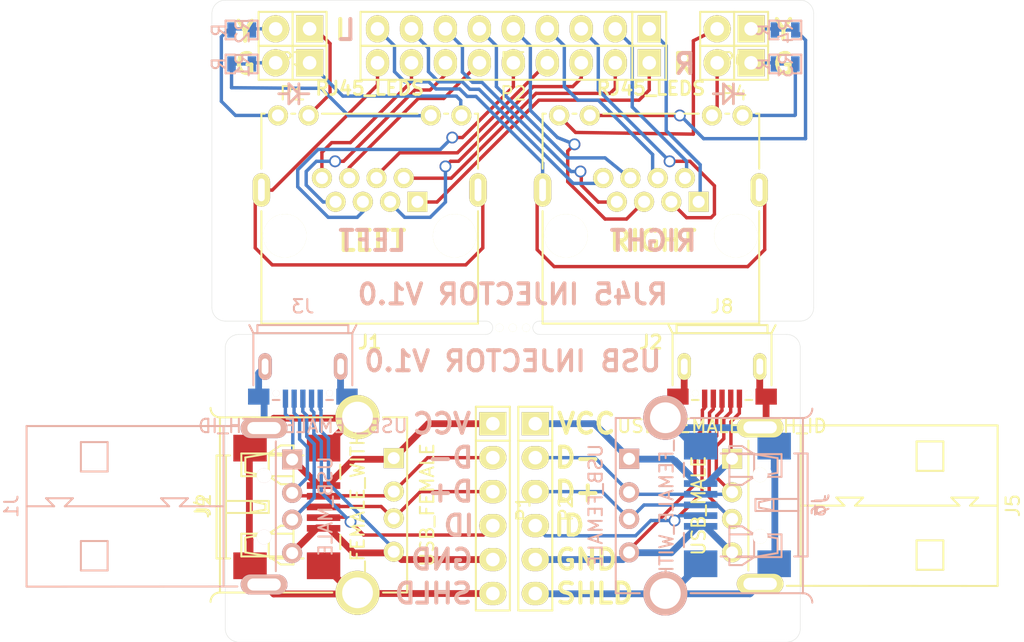
<source format=kicad_pcb>
(kicad_pcb (version 20221018) (generator pcbnew)
  (layers (0 "F.Cu" signal) (31 "B.Cu" signal) (34 "B.Paste" user) (35 "F.Paste" user) (36 "B.SilkS" user "B.Silkscreen") (37 "F.SilkS" user "F.Silkscreen") (38 "B.Mask" user) (39 "F.Mask" user) (44 "Edge.Cuts" user))
  (net 0 "")
  (net 1 "Net-(J1-Pad1)")
  (net 2 "Net-(J1-Pad3)")
  (net 3 "Net-(J1-Pad2)")
  (net 4 "Net-(J1-Pad4)")
  (net 5 "Net-(J1-Pad5)")
  (net 6 "Net-(J1-Pad6)")
  (net 7 "Net-(J1-Pad7)")
  (net 8 "Net-(J1-Pad8)")
  (net 9 "Net-(J1-PadGA)")
  (net 10 "Net-(J1-PadGK)")
  (net 11 "Net-(J1-PadYA)")
  (net 12 "Net-(J1-PadYK)")
  (net 13 "Net-(J2-Pad1)")
  (net 14 "Net-(J2-Pad3)")
  (net 15 "Net-(J2-Pad2)")
  (net 16 "Net-(J2-Pad4)")
  (net 17 "Net-(J2-Pad5)")
  (net 18 "Net-(J2-Pad6)")
  (net 19 "Net-(J2-Pad7)")
  (net 20 "Net-(J2-Pad8)")
  (net 21 "Net-(J2-PadGA)")
  (net 22 "Net-(J2-PadGK)")
  (net 23 "Net-(J2-PadYA)")
  (net 24 "Net-(J2-PadYK)")
  (net 25 "Net-(J1-Pad13)")
  (net 26 "Net-(J2-Pad13)")
  (net 27 "Net-(J3-Pad4)")
  (net 28 "Net-(J5-Pad1)")
  (net 29 "Net-(J5-Pad2)")
  (net 30 "Net-(J5-Pad3)")
  (net 31 "Net-(J5-Pad4)")
  (net 32 "Net-(J5-Pad5)")
  (net 33 "Net-(J7-Pad4)")
  (footprint "Pin_Headers:Pin_Header_Straight_1x02" (layer "F.Cu") (at 66.035 64.685 180)
    (fp_text reference "P1")
    (fp_text value "CONN_2" hide)
  )
  (footprint "Pin_Headers:Pin_Header_Straight_1x09" (layer "F.Cu") (at 82.545 64.685 180)
    (fp_text reference "P2")
    (fp_text value "CONN_9" hide)
  )
  (footprint "Pin_Headers:Pin_Header_Straight_1x02" (layer "F.Cu") (at 99.055 64.685 180)
    (fp_text reference "P4")
    (fp_text value "CONN_2" hide)
  )
  (footprint "Pin_Headers:Pin_Header_Straight_1x09" (layer "F.Cu") (at 82.545 62.145 180)
    (fp_text reference "P5")
    (fp_text value "CONN_9" hide)
  )
  (footprint "Pin_Headers:Pin_Header_Straight_1x02" (layer "F.Cu") (at 99.055 62.145 180)
    (fp_text reference "P6")
    (fp_text value "CONN_2" hide)
  )
  (footprint "Connectors:RJ45_LEDs" (layer "F.Cu") (at 96.4 75.08 180)
    (fp_text reference "J2")
    (fp_text value "RJ45_LEDS")
  )
  (footprint "Connectors:USB_A_Female" (layer "F.Cu") (at 73.6 94.25 -90)
    (fp_text reference "J2")
    (fp_text value "USB_FEMALE")
  )
  (footprint "Connectors:USB_A_Male" (layer "F.Cu") (at 98.9 94.3 -90)
    (fp_text reference "J5")
    (fp_text value "USB_MALE")
  )
  (footprint "Pin_Headers:Pin_Header_Straight_1x06" (layer "F.Cu") (at 84.185 98.025 -90)
    (fp_text reference "P2")
    (fp_text value "CONN_6" hide)
  )
  (footprint "Connectors:USB_Micro-B_Female_Wellco_AUSB_1011_05S2" (layer "F.Cu") (at 99.45 89.8 180)
    (fp_text reference "J8")
    (fp_text value "USB_FEMALE_WITH_ID")
  )
  (footprint "Pin_Headers:Pin_Header_Straight_1x06" (layer "F.Cu") (at 81.01 98.025 -90)
    (fp_text reference "P1")
    (fp_text value "CONN_6" hide)
  )
  (footprint "Connectors:RJ45_LEDs" (layer "F.Cu") (at 75.37 75.08 180)
    (fp_text reference "J1")
    (fp_text value "RJ45_LEDS")
  )
  (footprint "Misc:Mouse_Bites_3_1mm" (layer "F.Cu") (at 81.5 84.5)
    (fp_text reference "Mouse_Bites_3_1mm" hide)
    (fp_text value "VAL**" hide)
    (fp_arc (start -1 -0.5) (mid -0.5 0) (end -1 0.5) (stroke (width 0.0254)) (layer "Edge.Cuts"))
    (fp_arc (start 3 0.5) (mid 2.5 0) (end 3 -0.5) (stroke (width 0.0254)) (layer "Edge.Cuts"))
  )
  (footprint "Connectors:USB_Mini-B_Female" (layer "F.Cu") (at 68.35 96.3 -90)
    (fp_text reference "J4")
    (fp_text value "USB_FEMALE_WITH_ID")
  )
  (footprint "Pin_Headers:Pin_Header_Straight_1x02" (layer "F.Cu") (at 66.035 62.145 180)
    (fp_text reference "P3")
    (fp_text value "CONN_2" hide)
  )
  (footprint "Connectors:USB_A_Male" (layer "B.Cu") (at 66 94.35 -90)
    (fp_text reference "J1")
    (fp_text value "USB_MALE")
  )
  (footprint "Connectors:USB_Mini-B_Female" (layer "B.Cu") (at 96.55 96.15 -90)
    (fp_text reference "J7")
    (fp_text value "USB_FEMALE_WITH_ID")
  )
  (footprint "Connectors:USB_Micro-B_Female_Wellco_AUSB_1011_05S2" (layer "B.Cu") (at 65.5 89.8)
    (fp_text reference "J3")
    (fp_text value "USB_FEMALE_WITH_ID")
  )
  (footprint "Connectors:USB_A_Female" (layer "B.Cu") (at 91.2 94.3 -90)
    (fp_text reference "J6")
    (fp_text value "USB_FEMALE")
  )
  (footprint "SMD_Packages:SMD-0603_r" (layer "B.Cu") (at 62.23 64.77)
    (fp_text reference "R1")
    (fp_text value "R")
  )
  (footprint "SMD_Packages:SMD-0603_r" (layer "B.Cu") (at 62.23 62.23)
    (fp_text reference "R2")
    (fp_text value "R")
  )
  (footprint "SMD_Packages:SMD-0603_r" (layer "B.Cu") (at 102.87 64.77)
    (fp_text reference "R3")
    (fp_text value "R")
  )
  (footprint "SMD_Packages:SMD-0603_r" (layer "B.Cu") (at 102.87 62.23)
    (fp_text reference "R4")
    (fp_text value "R")
  )
  (gr_line (start 65.75 67.75) (end 66.5 67) (stroke (width 0.2)) (layer "B.SilkS"))
  (gr_line (start 66.5 67) (end 65.75 66.25) (stroke (width 0.2)) (layer "B.SilkS"))
  (gr_line (start 65.75 66.25) (end 65.75 67.75) (stroke (width 0.2)) (layer "B.SilkS"))
  (gr_line (start 66.5 67.75) (end 66.5 66.25) (stroke (width 0.2)) (layer "B.SilkS"))
  (gr_line (start 66.5 67) (end 67.25 67) (stroke (width 0.2)) (layer "B.SilkS"))
  (gr_line (start 65.75 67) (end 65 67) (stroke (width 0.2)) (layer "B.SilkS"))
  (gr_line (start 98.25 67.75) (end 99 67) (stroke (width 0.2)) (layer "B.SilkS"))
  (gr_line (start 99 67) (end 98.25 66.25) (stroke (width 0.2)) (layer "B.SilkS"))
  (gr_line (start 98.25 66.25) (end 98.25 67.75) (stroke (width 0.2)) (layer "B.SilkS"))
  (gr_line (start 99 67.75) (end 99 66.25) (stroke (width 0.2)) (layer "B.SilkS"))
  (gr_line (start 99 67) (end 99.75 67) (stroke (width 0.2)) (layer "B.SilkS"))
  (gr_line (start 98.25 67) (end 97.5 67) (stroke (width 0.2)) (layer "B.SilkS"))
  (gr_line (start 98.25 67) (end 97.5 67) (stroke (width 0.2)) (layer "F.SilkS"))
  (gr_line (start 99 67) (end 99.75 67) (stroke (width 0.2)) (layer "F.SilkS"))
  (gr_line (start 99 66.25) (end 99 67.75) (stroke (width 0.2)) (layer "F.SilkS"))
  (gr_line (start 98.25 67.75) (end 98.25 66.25) (stroke (width 0.2)) (layer "F.SilkS"))
  (gr_line (start 99 67) (end 98.25 67.75) (stroke (width 0.2)) (layer "F.SilkS"))
  (gr_line (start 98.25 66.25) (end 99 67) (stroke (width 0.2)) (layer "F.SilkS"))
  (gr_line (start 65.75 67) (end 65 67) (stroke (width 0.2)) (layer "F.SilkS"))
  (gr_line (start 65.75 67.75) (end 65.75 66.25) (stroke (width 0.2)) (layer "F.SilkS"))
  (gr_line (start 66.5 66.25) (end 66.5 67.75) (stroke (width 0.2)) (layer "F.SilkS"))
  (gr_line (start 66.5 67) (end 65.75 67.75) (stroke (width 0.2)) (layer "F.SilkS"))
  (gr_line (start 66.5 67) (end 67.25 67) (stroke (width 0.2)) (layer "F.SilkS"))
  (gr_line (start 65.75 66.25) (end 66.5 67) (stroke (width 0.2)) (layer "F.SilkS"))
  (gr_line (start 61 60) (end 104 60) (stroke (width 0.0254)) (layer "Edge.Cuts"))
  (gr_line (start 84.5 84) (end 104 84) (stroke (width 0.0254)) (layer "Edge.Cuts"))
  (gr_line (start 104 86) (end 104 107) (stroke (width 0.0254)) (layer "Edge.Cuts"))
  (gr_line (start 80.5 84) (end 61 84) (stroke (width 0.0254)) (layer "Edge.Cuts"))
  (gr_line (start 105 61) (end 105 83) (stroke (width 0.0254)) (layer "Edge.Cuts"))
  (gr_line (start 62 108) (end 103.5 108) (stroke (width 0.0254)) (layer "Edge.Cuts"))
  (gr_line (start 60 83) (end 60 61) (stroke (width 0.0254)) (layer "Edge.Cuts"))
  (gr_arc (start 60 61) (mid 60.292893 60.292893) (end 61 60) (stroke (width 0.0254)) (layer "Edge.Cuts"))
  (gr_arc (start 104 60) (mid 104.707107 60.292893) (end 105 61) (stroke (width 0.0254)) (layer "Edge.Cuts"))
  (gr_arc (start 61 84) (mid 60.292893 83.707107) (end 60 83) (stroke (width 0.0254)) (layer "Edge.Cuts"))
  (gr_line (start 61 107) (end 61 86) (stroke (width 0.0254)) (layer "Edge.Cuts"))
  (gr_line (start 62 85) (end 80.5 85) (stroke (width 0.0254)) (layer "Edge.Cuts"))
  (gr_line (start 103 85) (end 84.5 85) (stroke (width 0.0254)) (layer "Edge.Cuts"))
  (gr_arc (start 105 83) (mid 104.707107 83.707107) (end 104 84) (stroke (width 0.0254)) (layer "Edge.Cuts"))
  (gr_arc (start 104 107) (mid 103.707107 107.707107) (end 103 108) (stroke (width 0.0254)) (layer "Edge.Cuts"))
  (gr_arc (start 62 108) (mid 61.292893 107.707107) (end 61 107) (stroke (width 0.0254)) (layer "Edge.Cuts"))
  (gr_arc (start 61 86) (mid 61.292893 85.292893) (end 62 85) (stroke (width 0.0254)) (layer "Edge.Cuts"))
  (gr_arc (start 103 85) (mid 103.707107 85.292893) (end 104 86) (stroke (width 0.0254)) (layer "Edge.Cuts"))
  (gr_text "GND" (at 77.2 101.835) (layer "B.SilkS") (effects (font (size 1.5 1.5) (thickness 0.3)) (justify mirror)))
  (gr_text "RIGHT" (at 93 78) (layer "B.SilkS") (effects (font (size 1.5 1.5) (thickness 0.3)) (justify mirror)))
  (gr_text "D+" (at 77.835 96.755) (layer "B.SilkS") (effects (font (size 1.5 1.5) (thickness 0.3)) (justify mirror)))
  (gr_text "ID" (at 78.47 99.295) (layer "B.SilkS") (effects (font (size 1.5 1.5) (thickness 0.3)) (justify mirror)))
  (gr_text "D-" (at 77.835 94.215) (layer "B.SilkS") (effects (font (size 1.5 1.5) (thickness 0.3)) (justify mirror)))
  (gr_text "VCC" (at 77.2 91.675) (layer "B.SilkS") (effects (font (size 1.5 1.5) (thickness 0.3)) (justify mirror)))
  (gr_text "R" (at 95.377 64.77) (layer "B.SilkS") (effects (font (size 1.5 1.5) (thickness 0.3)) (justify mirror)))
  (gr_text "USB INJECTOR V1.0" (at 82.5 87) (layer "B.SilkS") (effects (font (size 1.5 1.5) (thickness 0.3)) (justify mirror)))
  (gr_text "L" (at 70.104 62.23) (layer "B.SilkS") (effects (font (size 1.5 1.5) (thickness 0.3)) (justify mirror)))
  (gr_text "RJ45 INJECTOR V1.0\n" (at 82.5 82) (layer "B.SilkS") (effects (font (size 1.5 1.5) (thickness 0.3)) (justify mirror)))
  (gr_text "SHLD" (at 76.565 104.375) (layer "B.SilkS") (effects (font (size 1.5 1.5) (thickness 0.3)) (justify mirror)))
  (gr_text "LEFT" (at 72 78) (layer "B.SilkS") (effects (font (size 1.5 1.5) (thickness 0.3)) (justify mirror)))
  (gr_text "VCC" (at 87.995 91.675) (layer "F.SilkS") (effects (font (size 1.5 1.5) (thickness 0.3))))
  (gr_text "D-" (at 87.36 94.215) (layer "F.SilkS") (effects (font (size 1.5 1.5) (thickness 0.3))))
  (gr_text "D+" (at 87.36 96.755) (layer "F.SilkS") (effects (font (size 1.5 1.5) (thickness 0.3))))
  (gr_text "ID" (at 86.725 99.295) (layer "F.SilkS") (effects (font (size 1.5 1.5) (thickness 0.3))))
  (gr_text "GND" (at 87.995 101.835) (layer "F.SilkS") (effects (font (size 1.5 1.5) (thickness 0.3))))
  (gr_text "SHLD" (at 88.63 104.375) (layer "F.SilkS") (effects (font (size 1.5 1.5) (thickness 0.3))))
  (gr_text "G" (at 62.484 64.77) (layer "F.SilkS") (effects (font (size 1.5 1.5) (thickness 0.3))))
  (gr_text "G" (at 102.743 64.77) (layer "F.SilkS") (effects (font (size 1.5 1.5) (thickness 0.3))))
  (gr_text "Y" (at 102.743 62.23) (layer "F.SilkS") (effects (font (size 1.5 1.5) (thickness 0.3))))
  (gr_text "Y\n" (at 62.484 62.357) (layer "F.SilkS") (effects (font (size 1.5 1.5) (thickness 0.3))))
  (gr_text "LEFT\n" (at 72 78) (layer "F.SilkS") (effects (font (size 1.5 1.5) (thickness 0.3))))
  (gr_text "RIGHT" (at 93 78) (layer "F.SilkS") (effects (font (size 1.5 1.5) (thickness 0.3))))
  (gr_text "L" (at 69.85 62.23) (layer "F.SilkS") (effects (font (size 1.5 1.5) (thickness 0.3))))
  (gr_text "R" (at 95.25 64.77) (layer "F.SilkS") (effects (font (size 1.5 1.5) (thickness 0.3))))
  (segment (start 76.834 75.095) (end 84.45 67.479) (width 0.254) (layer "F.Cu") (net 1))
  (segment (start 84.45 67.479) (end 91.943 67.479) (width 0.254) (layer "F.Cu") (net 1))
  (segment (start 91.943 67.479) (end 92.705 66.717) (width 0.254) (layer "F.Cu") (net 1))
  (segment (start 92.705 66.717) (end 92.705 64.685) (width 0.254) (layer "F.Cu") (net 1))
  (segment (start 70.5972 94.3368) (end 68.6672 96.2668) (width 0.508) (layer "F.Cu") (net 1))
  (segment (start 68.6672 96.2668) (end 68.395 96.2668) (width 0.508) (layer "F.Cu") (net 1))
  (segment (start 67.935 96.2668) (end 66.005 94.3368) (width 0.508) (layer "F.Cu") (net 1))
  (segment (start 76.175 91.675) (end 73.6 94.25) (width 0.508) (layer "F.Cu") (net 1))
  (segment (start 81.01 91.675) (end 76.175 91.675) (width 0.508) (layer "F.Cu") (net 1))
  (segment (start 68.395 96.2668) (end 67.935 96.2668) (width 0.508) (layer "F.Cu") (net 1))
  (segment (start 75.365 75.095) (end 76.834 75.095) (width 0.254) (layer "F.Cu") (net 1))
  (segment (start 73.625 94.3368) (end 70.5972 94.3368) (width 0.508) (layer "F.Cu") (net 1))
  (segment (start 65.495 90.9642) (end 66.0494 91.5186) (width 0.254) (layer "B.Cu") (net 1))
  (segment (start 66.0494 91.5186) (end 66.0494 94.2924) (width 0.254) (layer "B.Cu") (net 1))
  (segment (start 66.0494 94.2924) (end 66.005 94.3368) (width 0.254) (layer "B.Cu") (net 1))
  (segment (start 65.495 89.8168) (end 65.495 90.9642) (width 0.254) (layer "B.Cu") (net 1))
  (segment (start 77.465 72.432) (end 77.846 72.051) (width 0.254) (layer "F.Cu") (net 2))
  (segment (start 77.846 72.051) (end 78.441152 72.051) (width 0.254) (layer "F.Cu") (net 2))
  (segment (start 78.441152 72.051) (end 84.029156 66.462996) (width 0.254) (layer "F.Cu") (net 2))
  (segment (start 84.029156 66.462996) (end 86.99 66.462996) (width 0.254) (layer "F.Cu") (net 2))
  (segment (start 86.99 66.462996) (end 87.625 65.827996) (width 0.254) (layer "F.Cu") (net 2))
  (segment (start 87.625 65.827996) (end 87.625 64.685) (width 0.254) (layer "F.Cu") (net 2))
  (segment (start 72.655 97.8668) (end 73.625 98.8368) (width 0.254) (layer "F.Cu") (net 2))
  (segment (start 66.975 97.8668) (end 66.005 98.8368) (width 0.254) (layer "F.Cu") (net 2))
  (segment (start 75.595 96.755) (end 73.6 98.75) (width 0.254) (layer "F.Cu") (net 2))
  (segment (start 81.01 96.755) (end 75.595 96.755) (width 0.254) (layer "F.Cu") (net 2))
  (segment (start 68.395 97.8668) (end 66.975 97.8668) (width 0.254) (layer "F.Cu") (net 2))
  (segment (start 68.395 97.8668) (end 72.655 97.8668) (width 0.254) (layer "F.Cu") (net 2))
  (via (at 77.465 72.432) (size 0.889) (drill 0.635) (layers "F.Cu" "B.Cu") (net 2))
  (segment (start 73.325 75.15) (end 74.417 76.242) (width 0.254) (layer "B.Cu") (net 2))
  (segment (start 74.417 76.242) (end 76.322 76.242) (width 0.254) (layer "B.Cu") (net 2))
  (segment (start 76.322 76.242) (end 77.465 75.099) (width 0.254) (layer "B.Cu") (net 2))
  (segment (start 77.465 75.099) (end 77.465 72.432) (width 0.254) (layer "B.Cu") (net 2))
  (segment (start 66.795 90.7656) (end 67.0908 91.0614) (width 0.254) (layer "B.Cu") (net 2))
  (segment (start 67.0908 91.0614) (end 67.0908 92.6362) (width 0.254) (layer "B.Cu") (net 2))
  (segment (start 67.0908 92.6362) (end 67.649602 93.195002) (width 0.254) (layer "B.Cu") (net 2))
  (segment (start 67.649602 93.195002) (end 67.649602 97.192198) (width 0.254) (layer "B.Cu") (net 2))
  (segment (start 67.649602 97.192198) (end 66.005 98.8368) (width 0.254) (layer "B.Cu") (net 2))
  (segment (start 73.325 75.095) (end 73.325 75.15) (width 0.254) (layer "B.Cu") (net 2))
  (segment (start 66.795 89.8168) (end 66.795 90.7656) (width 0.254) (layer "B.Cu") (net 2))
  (segment (start 77.895576 73.315) (end 84.239578 66.970998) (width 0.254) (layer "F.Cu") (net 3))
  (segment (start 84.239578 66.970998) (end 89.784 66.970998) (width 0.254) (layer "F.Cu") (net 3))
  (segment (start 89.784 66.970998) (end 90.165 66.589998) (width 0.254) (layer "F.Cu") (net 3))
  (segment (start 90.165 66.589998) (end 90.165 64.685) (width 0.254) (layer "F.Cu") (net 3))
  (segment (start 73.395 97.0668) (end 73.625 96.8368) (width 0.254) (layer "F.Cu") (net 3))
  (segment (start 66.235 97.0668) (end 66.005 96.8368) (width 0.254) (layer "F.Cu") (net 3))
  (segment (start 76.135 94.215) (end 73.6 96.75) (width 0.254) (layer "F.Cu") (net 3))
  (segment (start 68.395 97.0668) (end 73.395 97.0668) (width 0.254) (layer "F.Cu") (net 3))
  (segment (start 68.395 97.0668) (end 66.235 97.0668) (width 0.254) (layer "F.Cu") (net 3))
  (segment (start 81.01 94.215) (end 76.135 94.215) (width 0.254) (layer "F.Cu") (net 3))
  (segment (start 74.345 73.315) (end 77.895576 73.315) (width 0.254) (layer "F.Cu") (net 3))
  (segment (start 66.145 90.8776) (end 66.557402 91.290002) (width 0.254) (layer "B.Cu") (net 3))
  (segment (start 66.557402 91.290002) (end 66.557402 92.839402) (width 0.254) (layer "B.Cu") (net 3))
  (segment (start 66.557402 92.839402) (end 67.1416 93.4236) (width 0.254) (layer "B.Cu") (net 3))
  (segment (start 67.1416 93.4236) (end 67.1416 95.7002) (width 0.254) (layer "B.Cu") (net 3))
  (segment (start 67.1416 95.7002) (end 66.005 96.8368) (width 0.254) (layer "B.Cu") (net 3))
  (segment (start 66.145 89.8168) (end 66.145 90.8776) (width 0.254) (layer "B.Cu") (net 3))
  (segment (start 72.305 73.147) (end 74.036 71.416) (width 0.254) (layer "F.Cu") (net 4))
  (segment (start 74.036 71.416) (end 78.357728 71.416) (width 0.254) (layer "F.Cu") (net 4))
  (segment (start 78.357728 71.416) (end 85.085 64.688728) (width 0.254) (layer "F.Cu") (net 4))
  (segment (start 85.085 64.688728) (end 85.085 64.685) (width 0.254) (layer "F.Cu") (net 4))
  (segment (start 70.6098 101.3368) (end 68.7398 99.4668) (width 0.508) (layer "F.Cu") (net 4))
  (segment (start 68.7398 99.4668) (end 68.395 99.4668) (width 0.508) (layer "F.Cu") (net 4))
  (segment (start 67.875 99.4668) (end 66.005 101.3368) (width 0.508) (layer "F.Cu") (net 4))
  (segment (start 74.185 101.835) (end 73.6 101.25) (width 0.508) (layer "F.Cu") (net 4))
  (segment (start 72.305 73.315) (end 72.305 73.147) (width 0.254) (layer "F.Cu") (net 4))
  (segment (start 68.395 99.4668) (end 67.875 99.4668) (width 0.508) (layer "F.Cu") (net 4))
  (segment (start 81.01 101.835) (end 74.185 101.835) (width 0.508) (layer "F.Cu") (net 4))
  (segment (start 73.625 101.3368) (end 70.6098 101.3368) (width 0.508) (layer "F.Cu") (net 4))
  (segment (start 68.095 90.5924) (end 68.1576 90.655) (width 0.254) (layer "B.Cu") (net 4))
  (segment (start 68.1576 90.655) (end 68.1576 92.2298) (width 0.254) (layer "B.Cu") (net 4))
  (segment (start 68.1576 92.2298) (end 68.7164 92.7886) (width 0.254) (layer "B.Cu") (net 4))
  (segment (start 68.7164 92.7886) (end 68.7164 96.1414) (width 0.254) (layer "B.Cu") (net 4))
  (segment (start 68.7164 96.1414) (end 73.625 101.05) (width 0.254) (layer "B.Cu") (net 4))
  (segment (start 73.625 101.05) (end 73.625 101.3368) (width 0.254) (layer "B.Cu") (net 4))
  (segment (start 68.095 89.8168) (end 68.095 90.5924) (width 0.254) (layer "B.Cu") (net 4))
  (segment (start 82.545 66.463) (end 78.735 70.273) (width 0.254) (layer "F.Cu") (net 5))
  (segment (start 78.735 70.273) (end 77.973 70.273) (width 0.254) (layer "F.Cu") (net 5))
  (segment (start 71.1322 104.625) (end 70.915 104.4078) (width 0.254) (layer "F.Cu") (net 5))
  (segment (start 70.596 91.2658) (end 68.395 93.4668) (width 0.508) (layer "F.Cu") (net 5))
  (segment (start 62.895 92.9968) (end 63.905 91.9868) (width 0.508) (layer "F.Cu") (net 5))
  (segment (start 64.626 104.4078) (end 63.905 103.6868) (width 0.508) (layer "F.Cu") (net 5))
  (segment (start 70.536 104.4078) (end 68.395 102.2668) (width 0.508) (layer "F.Cu") (net 5))
  (segment (start 63.905 103.2768) (end 62.895 102.2668) (width 0.508) (layer "F.Cu") (net 5))
  (segment (start 64.626 91.2658) (end 63.905 91.9868) (width 0.508) (layer "F.Cu") (net 5))
  (segment (start 70.944 104.375) (end 70.89 104.321) (width 0.508) (layer "F.Cu") (net 5))
  (segment (start 62.85 100.35) (end 62.8 100.3) (width 0.508) (layer "F.Cu") (net 5))
  (segment (start 62.8 100.3) (end 62.8 93.55) (width 0.508) (layer "F.Cu") (net 5))
  (segment (start 62.8 93.55) (end 62.85 93.5) (width 0.508) (layer "F.Cu") (net 5))
  (segment (start 70.915 104.4078) (end 64.626 104.4078) (width 0.508) (layer "F.Cu") (net 5))
  (segment (start 70.915 91.2658) (end 64.626 91.2658) (width 0.508) (layer "F.Cu") (net 5))
  (segment (start 62.85 102.3) (end 62.85 100.35) (width 0.508) (layer "F.Cu") (net 5))
  (segment (start 63.905 103.6868) (end 63.905 103.2768) (width 0.508) (layer "F.Cu") (net 5))
  (segment (start 81.01 104.375) (end 70.944 104.375) (width 0.508) (layer "F.Cu") (net 5))
  (segment (start 62.895 93.4668) (end 62.895 92.9968) (width 0.508) (layer "F.Cu") (net 5))
  (segment (start 70.915 91.2658) (end 70.596 91.2658) (width 0.508) (layer "F.Cu") (net 5))
  (segment (start 70.915 104.4078) (end 70.536 104.4078) (width 0.508) (layer "F.Cu") (net 5))
  (segment (start 82.545 64.685) (end 82.545 66.463) (width 0.254) (layer "F.Cu") (net 5))
  (via (at 77.973 70.273) (size 0.889) (drill 0.635) (layers "F.Cu" "B.Cu") (net 5))
  (segment (start 71.285 75.818) (end 70.861 76.242) (width 0.254) (layer "B.Cu") (net 5))
  (segment (start 70.861 76.242) (end 68.702 76.242) (width 0.254) (layer "B.Cu") (net 5))
  (segment (start 68.702 76.242) (end 66.416 73.956) (width 0.254) (layer "B.Cu") (net 5))
  (segment (start 66.416 73.956) (end 66.416 72.686) (width 0.254) (layer "B.Cu") (net 5))
  (segment (start 66.416 72.686) (end 67.94 71.162) (width 0.254) (layer "B.Cu") (net 5))
  (segment (start 67.94 71.162) (end 77.084 71.162) (width 0.254) (layer "B.Cu") (net 5))
  (segment (start 77.084 71.162) (end 77.973 70.273) (width 0.254) (layer "B.Cu") (net 5))
  (segment (start 69.62 89.1918) (end 70.095 89.6668) (width 0.254) (layer "B.Cu") (net 5))
  (segment (start 63.97 89.1918) (end 63.495 89.6668) (width 0.254) (layer "B.Cu") (net 5))
  (segment (start 63.905 90.0768) (end 63.495 89.6668) (width 0.508) (layer "B.Cu") (net 5))
  (segment (start 63.495 87.8918) (end 63.97 87.4168) (width 0.508) (layer "B.Cu") (net 5))
  (segment (start 69.62 89.1918) (end 70.095 89.6668) (width 0.508) (layer "B.Cu") (net 5))
  (segment (start 70.095 90.4458) (end 70.915 91.2658) (width 0.508) (layer "B.Cu") (net 5))
  (segment (start 69.62 87.4168) (end 69.62 89.1918) (width 0.508) (layer "B.Cu") (net 5))
  (segment (start 63.495 89.6668) (end 63.495 87.8918) (width 0.508) (layer "B.Cu") (net 5))
  (segment (start 71.285 75.095) (end 71.285 75.818) (width 0.254) (layer "B.Cu") (net 5))
  (segment (start 70.095 89.6668) (end 70.095 90.4458) (width 0.508) (layer "B.Cu") (net 5))
  (segment (start 63.905 91.9868) (end 63.905 90.0768) (width 0.508) (layer "B.Cu") (net 5))
  (segment (start 70.265 72.52) (end 75.433 67.352) (width 0.254) (layer "F.Cu") (net 6))
  (segment (start 75.433 67.352) (end 77.338 67.352) (width 0.254) (layer "F.Cu") (net 6))
  (segment (start 77.338 67.352) (end 80.005 64.685) (width 0.254) (layer "F.Cu") (net 6))
  (segment (start 70.265 73.315) (end 70.265 72.52) (width 0.254) (layer "F.Cu") (net 6))
  (segment (start 69.21 72.051) (end 69.845 72.051) (width 0.254) (layer "F.Cu") (net 7))
  (segment (start 69.845 72.051) (end 75.179 66.717) (width 0.254) (layer "F.Cu") (net 7))
  (segment (start 75.179 66.717) (end 76.322 66.717) (width 0.254) (layer "F.Cu") (net 7))
  (segment (start 76.322 66.717) (end 77.465 65.574) (width 0.254) (layer "F.Cu") (net 7))
  (segment (start 77.465 65.574) (end 77.465 64.685) (width 0.254) (layer "F.Cu") (net 7))
  (via (at 69.21 72.051) (size 0.889) (drill 0.635) (layers "F.Cu" "B.Cu") (net 7))
  (segment (start 68.317 75.095) (end 67.051 73.829) (width 0.254) (layer "B.Cu") (net 7))
  (segment (start 67.051 73.829) (end 67.051 72.813) (width 0.254) (layer "B.Cu") (net 7))
  (segment (start 67.051 72.813) (end 67.813 72.051) (width 0.254) (layer "B.Cu") (net 7))
  (segment (start 67.813 72.051) (end 69.21 72.051) (width 0.254) (layer "B.Cu") (net 7))
  (segment (start 69.245 75.095) (end 68.317 75.095) (width 0.254) (layer "B.Cu") (net 7))
  (segment (start 68.225 71.385) (end 68.956 70.654) (width 0.254) (layer "F.Cu") (net 8))
  (segment (start 68.956 70.654) (end 70.353 70.654) (width 0.254) (layer "F.Cu") (net 8))
  (segment (start 70.353 70.654) (end 74.925 66.082) (width 0.254) (layer "F.Cu") (net 8))
  (segment (start 74.925 66.082) (end 74.925 64.685) (width 0.254) (layer "F.Cu") (net 8))
  (segment (start 68.225 73.315) (end 68.225 71.385) (width 0.254) (layer "F.Cu") (net 8))
  (segment (start 70.2176 68.639) (end 68.1686 66.59) (width 0.254) (layer "B.Cu") (net 9))
  (segment (start 68.1686 66.59) (end 66.802 66.59) (width 0.254) (layer "B.Cu") (net 9))
  (segment (start 63.077 64.685) (end 62.992 64.77) (width 0.254) (layer "B.Cu") (net 9))
  (segment (start 61.468 66.548) (end 61.468 64.77) (width 0.254) (layer "B.Cu") (net 9))
  (segment (start 63.077 64.685) (end 64.765 64.685) (width 0.254) (layer "B.Cu") (net 9))
  (segment (start 66.802 66.59) (end 61.468 66.548) (width 0.254) (layer "B.Cu") (net 9))
  (segment (start 76.32 68.639) (end 70.2176 68.639) (width 0.254) (layer "B.Cu") (net 9))
  (segment (start 61.468 64.77) (end 62.992 64.77) (width 0.254) (layer "B.Cu") (net 9))
  (segment (start 78.61 67.5064) (end 78.2778 67.1742) (width 0.254) (layer "B.Cu") (net 10))
  (segment (start 78.2778 67.1742) (end 69.7942 67.1742) (width 0.254) (layer "B.Cu") (net 10))
  (segment (start 69.7942 67.1742) (end 67.305 64.685) (width 0.254) (layer "B.Cu") (net 10))
  (segment (start 78.61 68.639) (end 78.61 67.5064) (width 0.254) (layer "B.Cu") (net 10))
  (segment (start 63.077 62.145) (end 62.992 62.23) (width 0.254) (layer "B.Cu") (net 11))
  (segment (start 61.468 62.23) (end 61.553 62.145) (width 0.254) (layer "B.Cu") (net 11))
  (segment (start 61.214 62.23) (end 60.706 62.738) (width 0.254) (layer "B.Cu") (net 11))
  (segment (start 60.706 62.738) (end 60.706 67.564) (width 0.254) (layer "B.Cu") (net 11))
  (segment (start 60.706 67.564) (end 61.762 68.62) (width 0.254) (layer "B.Cu") (net 11))
  (segment (start 61.762 68.62) (end 64.94 68.62) (width 0.254) (layer "B.Cu") (net 11))
  (segment (start 64.765 62.145) (end 63.077 62.145) (width 0.254) (layer "B.Cu") (net 11))
  (segment (start 61.468 62.23) (end 61.214 62.23) (width 0.254) (layer "B.Cu") (net 11))
  (segment (start 63.077 62.145) (end 61.553 62.145) (width 0.254) (layer "B.Cu") (net 11))
  (segment (start 67.733 62.145) (end 68.834 63.246) (width 0.254) (layer "F.Cu") (net 12))
  (segment (start 68.834 63.246) (end 68.834 67.016) (width 0.254) (layer "F.Cu") (net 12))
  (segment (start 68.834 67.016) (end 67.23 68.62) (width 0.254) (layer "F.Cu") (net 12))
  (segment (start 67.305 62.145) (end 67.733 62.145) (width 0.254) (layer "F.Cu") (net 12))
  (segment (start 93.975 63.415) (end 93.975 69.765) (width 0.254) (layer "B.Cu") (net 13))
  (segment (start 93.975 69.765) (end 96.515 72.305) (width 0.254) (layer "B.Cu") (net 13))
  (segment (start 96.515 72.305) (end 96.515 74.945) (width 0.254) (layer "B.Cu") (net 13))
  (segment (start 96.515 74.945) (end 96.365 75.095) (width 0.254) (layer "B.Cu") (net 13))
  (segment (start 92.705 62.145) (end 93.975 63.415) (width 0.254) (layer "B.Cu") (net 13))
  (segment (start 94.362 75.1304) (end 95.499 76.2674) (width 0.254) (layer "F.Cu") (net 14))
  (segment (start 95.499 76.2674) (end 97.3278 76.2674) (width 0.254) (layer "F.Cu") (net 14))
  (segment (start 97.3278 76.2674) (end 97.5818 76.0134) (width 0.254) (layer "F.Cu") (net 14))
  (segment (start 97.5818 76.0134) (end 97.5818 73.8798) (width 0.254) (layer "F.Cu") (net 14))
  (segment (start 97.5818 73.8798) (end 95.753 72.051) (width 0.254) (layer "F.Cu") (net 14))
  (segment (start 95.753 72.051) (end 94.229 72.051) (width 0.254) (layer "F.Cu") (net 14))
  (segment (start 94.362 75.099) (end 94.362 75.1304) (width 0.254) (layer "F.Cu") (net 14))
  (via (at 94.229 72.051) (size 0.889) (drill 0.635) (layers "F.Cu" "B.Cu") (net 14))
  (segment (start 88.895 63.415) (end 88.895 66.717) (width 0.254) (layer "B.Cu") (net 14))
  (segment (start 88.895 66.717) (end 94.229 72.051) (width 0.254) (layer "B.Cu") (net 14))
  (segment (start 87.625 62.145) (end 88.895 63.415) (width 0.254) (layer "B.Cu") (net 14))
  (segment (start 91.435 63.415) (end 91.435 67.987) (width 0.254) (layer "B.Cu") (net 15))
  (segment (start 91.435 67.987) (end 95.499 72.051) (width 0.254) (layer "B.Cu") (net 15))
  (segment (start 95.499 72.051) (end 95.499 73.161) (width 0.254) (layer "B.Cu") (net 15))
  (segment (start 95.499 73.161) (end 95.345 73.315) (width 0.254) (layer "B.Cu") (net 15))
  (segment (start 90.165 62.145) (end 91.435 63.415) (width 0.254) (layer "B.Cu") (net 15))
  (segment (start 86.355 63.415) (end 86.355 66.463) (width 0.254) (layer "B.Cu") (net 16))
  (segment (start 86.355 66.463) (end 87.371 67.479) (width 0.254) (layer "B.Cu") (net 16))
  (segment (start 87.371 67.479) (end 88.895 67.479) (width 0.254) (layer "B.Cu") (net 16))
  (segment (start 88.895 67.479) (end 92.959 71.543) (width 0.254) (layer "B.Cu") (net 16))
  (segment (start 92.959 72.969) (end 92.959 71.543) (width 0.254) (layer "B.Cu") (net 16))
  (segment (start 93.305 73.315) (end 92.959 72.969) (width 0.254) (layer "B.Cu") (net 16))
  (segment (start 85.085 62.145) (end 86.355 63.415) (width 0.254) (layer "B.Cu") (net 16))
  (segment (start 91.011 76.369) (end 89.403 76.369) (width 0.254) (layer "F.Cu") (net 17))
  (segment (start 89.403 76.369) (end 86.609 73.575) (width 0.254) (layer "F.Cu") (net 17))
  (segment (start 86.609 73.575) (end 86.609 71.289) (width 0.254) (layer "F.Cu") (net 17))
  (segment (start 86.609 71.289) (end 87.117 70.781) (width 0.254) (layer "F.Cu") (net 17))
  (segment (start 92.285 75.095) (end 91.011 76.369) (width 0.254) (layer "F.Cu") (net 17))
  (via (at 87.117 70.781) (size 0.889) (drill 0.635) (layers "F.Cu" "B.Cu") (net 17))
  (segment (start 83.815 63.415) (end 83.815 68.241) (width 0.254) (layer "B.Cu") (net 17))
  (segment (start 83.815 68.241) (end 85.847 70.273) (width 0.254) (layer "B.Cu") (net 17))
  (segment (start 85.847 70.273) (end 87.117 70.781) (width 0.254) (layer "B.Cu") (net 17))
  (segment (start 83.815 63.415) (end 82.545 62.145) (width 0.254) (layer "B.Cu") (net 17))
  (segment (start 81.275 63.415) (end 81.275 66.463) (width 0.254) (layer "B.Cu") (net 18))
  (segment (start 81.275 66.463) (end 86.609 71.797) (width 0.254) (layer "B.Cu") (net 18))
  (segment (start 86.609 71.797) (end 89.403 71.797) (width 0.254) (layer "B.Cu") (net 18))
  (segment (start 89.403 71.797) (end 91.265 73.315) (width 0.254) (layer "B.Cu") (net 18))
  (segment (start 80.005 62.145) (end 81.275 63.415) (width 0.254) (layer "B.Cu") (net 18))
  (segment (start 90.241 75.099) (end 90.245 75.095) (width 0.254) (layer "F.Cu") (net 19))
  (segment (start 87.5615 72.813) (end 87.625 72.8765) (width 0.254) (layer "F.Cu") (net 19))
  (segment (start 87.625 72.8765) (end 87.625 73.829) (width 0.254) (layer "F.Cu") (net 19))
  (segment (start 87.625 73.829) (end 88.895 75.099) (width 0.254) (layer "F.Cu") (net 19))
  (segment (start 88.895 75.099) (end 90.282 75.099) (width 0.254) (layer "F.Cu") (net 19))
  (via (at 87.5615 72.813) (size 0.889) (drill 0.635) (layers "F.Cu" "B.Cu") (net 19))
  (segment (start 77.465 62.2085) (end 78.735 63.4785) (width 0.254) (layer "B.Cu") (net 19))
  (segment (start 78.735 63.4785) (end 78.735 65.3835) (width 0.254) (layer "B.Cu") (net 19))
  (segment (start 78.735 65.3835) (end 79.497 66.1455) (width 0.254) (layer "B.Cu") (net 19))
  (segment (start 79.497 66.1455) (end 80.1955 66.1455) (width 0.254) (layer "B.Cu") (net 19))
  (segment (start 80.1955 66.1455) (end 86.863 72.813) (width 0.254) (layer "B.Cu") (net 19))
  (segment (start 86.863 72.813) (end 87.5615 72.813) (width 0.254) (layer "B.Cu") (net 19))
  (segment (start 77.465 62.145) (end 77.465 62.2085) (width 0.254) (layer "B.Cu") (net 19))
  (segment (start 74.925 62.3228) (end 76.195 63.5928) (width 0.254) (layer "B.Cu") (net 20))
  (segment (start 76.195 63.5928) (end 76.195 65.3454) (width 0.254) (layer "B.Cu") (net 20))
  (segment (start 76.195 65.3454) (end 76.957 66.1074) (width 0.254) (layer "B.Cu") (net 20))
  (segment (start 76.957 66.1074) (end 78.735 66.1074) (width 0.254) (layer "B.Cu") (net 20))
  (segment (start 78.735 66.1074) (end 79.2938 66.6662) (width 0.254) (layer "B.Cu") (net 20))
  (segment (start 79.2938 66.6662) (end 79.9796 66.6662) (width 0.254) (layer "B.Cu") (net 20))
  (segment (start 79.9796 66.6662) (end 87.0154 73.702) (width 0.254) (layer "B.Cu") (net 20))
  (segment (start 87.0154 73.702) (end 88.879 73.702) (width 0.254) (layer "B.Cu") (net 20))
  (segment (start 88.879 73.702) (end 89.262 73.319) (width 0.254) (layer "B.Cu") (net 20))
  (segment (start 74.925 62.145) (end 74.925 62.3228) (width 0.254) (layer "B.Cu") (net 20))
  (segment (start 97.785 68.215) (end 97.785 64.685) (width 0.254) (layer "F.Cu") (net 21))
  (segment (start 97.365 68.635) (end 97.785 68.215) (width 0.254) (layer "F.Cu") (net 21))
  (segment (start 102.023 64.685) (end 102.108 64.77) (width 0.254) (layer "B.Cu") (net 22))
  (segment (start 103.632 68.58) (end 103.592 68.62) (width 0.254) (layer "B.Cu") (net 22))
  (segment (start 103.592 68.62) (end 99.69 68.62) (width 0.254) (layer "B.Cu") (net 22))
  (segment (start 103.632 64.77) (end 103.632 68.58) (width 0.254) (layer "B.Cu") (net 22))
  (segment (start 100.325 64.685) (end 102.023 64.685) (width 0.254) (layer "B.Cu") (net 22))
  (segment (start 102.108 64.77) (end 103.632 64.77) (width 0.254) (layer "B.Cu") (net 22))
  (segment (start 87.192 69.892) (end 96.007 70.019) (width 0.254) (layer "F.Cu") (net 23))
  (segment (start 96.007 70.019) (end 96.007 63.034) (width 0.254) (layer "F.Cu") (net 23))
  (segment (start 96.007 63.034) (end 97.785 62.145) (width 0.254) (layer "F.Cu") (net 23))
  (segment (start 85.935 68.635) (end 87.192 69.892) (width 0.254) (layer "F.Cu") (net 23))
  (segment (start 88.238 68.622) (end 94.991 68.622) (width 0.254) (layer "F.Cu") (net 24))
  (segment (start 88.225 68.635) (end 88.238 68.622) (width 0.254) (layer "F.Cu") (net 24))
  (via (at 94.991 68.622) (size 0.889) (drill 0.635) (layers "F.Cu" "B.Cu") (net 24))
  (segment (start 102.023 62.145) (end 102.108 62.23) (width 0.254) (layer "B.Cu") (net 24))
  (segment (start 95.038 68.622) (end 96.774 70.358) (width 0.254) (layer "B.Cu") (net 24))
  (segment (start 96.774 70.358) (end 104.394 70.358) (width 0.254) (layer "B.Cu") (net 24))
  (segment (start 104.394 70.358) (end 104.394 62.992) (width 0.254) (layer "B.Cu") (net 24))
  (segment (start 104.394 62.992) (end 103.632 62.23) (width 0.254) (layer "B.Cu") (net 24))
  (segment (start 102.108 62.23) (end 103.632 62.23) (width 0.254) (layer "B.Cu") (net 24))
  (segment (start 94.991 68.622) (end 95.038 68.622) (width 0.254) (layer "B.Cu") (net 24))
  (segment (start 100.325 62.145) (end 102.023 62.145) (width 0.254) (layer "B.Cu") (net 24))
  (segment (start 64.516 74.205) (end 72.385 66.336) (width 0.254) (layer "F.Cu") (net 25))
  (segment (start 72.385 66.336) (end 72.385 64.685) (width 0.254) (layer "F.Cu") (net 25))
  (segment (start 63.241 74.659) (end 63.241 78.528) (width 0.254) (layer "F.Cu") (net 25))
  (segment (start 63.241 78.528) (end 64.511 79.798) (width 0.254) (layer "F.Cu") (net 25))
  (segment (start 64.511 79.798) (end 78.989 79.798) (width 0.254) (layer "F.Cu") (net 25))
  (segment (start 78.989 79.798) (end 80.259 78.528) (width 0.254) (layer "F.Cu") (net 25))
  (segment (start 80.259 78.528) (end 80.259 74.569) (width 0.254) (layer "F.Cu") (net 25))
  (segment (start 80.259 74.569) (end 79.895 74.205) (width 0.254) (layer "F.Cu") (net 25))
  (segment (start 63.695 74.205) (end 63.241 74.659) (width 0.254) (layer "F.Cu") (net 25))
  (segment (start 63.695 74.205) (end 64.516 74.205) (width 0.254) (layer "F.Cu") (net 25))
  (segment (start 84.323 74.577) (end 84.323 78.655) (width 0.254) (layer "F.Cu") (net 26))
  (segment (start 84.323 78.655) (end 85.593 79.925) (width 0.254) (layer "F.Cu") (net 26))
  (segment (start 85.593 79.925) (end 100.071 79.925) (width 0.254) (layer "F.Cu") (net 26))
  (segment (start 100.071 79.925) (end 101.341 78.655) (width 0.254) (layer "F.Cu") (net 26))
  (segment (start 101.341 78.655) (end 101.341 74.651) (width 0.254) (layer "F.Cu") (net 26))
  (segment (start 101.341 74.651) (end 100.895 74.205) (width 0.254) (layer "F.Cu") (net 26))
  (segment (start 84.695 74.205) (end 84.323 74.577) (width 0.254) (layer "F.Cu") (net 26))
  (segment (start 84.577 74.087) (end 84.695 74.205) (width 0.254) (layer "B.Cu") (net 26))
  (segment (start 84.732 72.1806) (end 79.751 67.1996) (width 0.254) (layer "B.Cu") (net 26))
  (segment (start 79.751 67.1996) (end 79.0906 67.1996) (width 0.254) (layer "B.Cu") (net 26))
  (segment (start 79.0906 67.1996) (end 78.5318 66.6408) (width 0.254) (layer "B.Cu") (net 26))
  (segment (start 78.5318 66.6408) (end 76.7538 66.6408) (width 0.254) (layer "B.Cu") (net 26))
  (segment (start 76.7538 66.6408) (end 76.2204 66.1074) (width 0.254) (layer "B.Cu") (net 26))
  (segment (start 76.2204 66.1074) (end 74.417 66.1074) (width 0.254) (layer "B.Cu") (net 26))
  (segment (start 74.417 66.1074) (end 73.655 65.3454) (width 0.254) (layer "B.Cu") (net 26))
  (segment (start 73.655 65.3454) (end 73.655 63.415) (width 0.254) (layer "B.Cu") (net 26))
  (segment (start 73.655 63.415) (end 72.385 62.145) (width 0.254) (layer "B.Cu") (net 26))
  (segment (start 84.732 74.209) (end 84.732 72.1806) (width 0.254) (layer "B.Cu") (net 26))
  (segment (start 70.0226 98.6668) (end 70.3674 99.0116) (width 0.254) (layer "F.Cu") (net 27))
  (segment (start 80.4766 99.8284) (end 81.01 99.295) (width 0.254) (layer "F.Cu") (net 27))
  (segment (start 70.3674 99.0174) (end 71.35 100) (width 0.254) (layer "F.Cu") (net 27))
  (segment (start 71.35 100) (end 80.305 100) (width 0.254) (layer "F.Cu") (net 27))
  (segment (start 80.305 100) (end 81.01 99.295) (width 0.254) (layer "F.Cu") (net 27))
  (segment (start 68.395 98.6668) (end 70.0226 98.6668) (width 0.254) (layer "F.Cu") (net 27))
  (segment (start 70.3674 99.0116) (end 70.3674 99.0174) (width 0.254) (layer "F.Cu") (net 27))
  (via (at 70.3674 99.0116) (size 0.889) (drill 0.635) (layers "F.Cu" "B.Cu") (net 27))
  (segment (start 67.445 90.6536) (end 67.6242 90.8328) (width 0.254) (layer "B.Cu") (net 27))
  (segment (start 67.6242 90.8328) (end 67.6242 92.433) (width 0.254) (layer "B.Cu") (net 27))
  (segment (start 67.6242 92.433) (end 68.183 92.9918) (width 0.254) (layer "B.Cu") (net 27))
  (segment (start 68.183 92.9918) (end 68.183 96.8272) (width 0.254) (layer "B.Cu") (net 27))
  (segment (start 68.183 96.8272) (end 70.3674 99.0116) (width 0.254) (layer "B.Cu") (net 27))
  (segment (start 67.445 89.8168) (end 67.445 90.6536) (width 0.254) (layer "B.Cu") (net 27))
  (segment (start 99.445 90.893) (end 98.8154 91.5226) (width 0.254) (layer "F.Cu") (net 28))
  (segment (start 98.8154 91.5226) (end 98.8154 94.2747) (width 0.254) (layer "F.Cu") (net 28))
  (segment (start 98.8154 94.2747) (end 98.865 94.3243) (width 0.254) (layer "F.Cu") (net 28))
  (segment (start 99.445 89.8043) (end 99.445 90.893) (width 0.254) (layer "F.Cu") (net 28))
  (segment (start 94.715 94.3243) (end 96.545 96.1543) (width 0.254) (layer "B.Cu") (net 28))
  (segment (start 94.4543 94.3243) (end 96.2843 96.1543) (width 0.508) (layer "B.Cu") (net 28))
  (segment (start 96.2843 96.1543) (end 96.545 96.1543) (width 0.508) (layer "B.Cu") (net 28))
  (segment (start 97.035 96.1543) (end 98.865 94.3243) (width 0.508) (layer "B.Cu") (net 28))
  (segment (start 88.5957 91.675) (end 91.245 94.3243) (width 0.508) (layer "B.Cu") (net 28))
  (segment (start 91.245 94.3243) (end 94.715 94.3243) (width 0.254) (layer "B.Cu") (net 28))
  (segment (start 91.245 94.3243) (end 94.4543 94.3243) (width 0.508) (layer "B.Cu") (net 28))
  (segment (start 84.185 91.675) (end 88.5957 91.675) (width 0.508) (layer "B.Cu") (net 28))
  (segment (start 96.545 96.1543) (end 97.035 96.1543) (width 0.508) (layer "B.Cu") (net 28))
  (segment (start 98.795 90.8064) (end 98.282 91.3194) (width 0.254) (layer "F.Cu") (net 29))
  (segment (start 98.282 91.3194) (end 98.282 92.7926) (width 0.254) (layer "F.Cu") (net 29))
  (segment (start 98.282 92.7926) (end 97.7232 93.3514) (width 0.254) (layer "F.Cu") (net 29))
  (segment (start 97.7232 93.3514) (end 97.7232 95.6825) (width 0.254) (layer "F.Cu") (net 29))
  (segment (start 97.7232 95.6825) (end 98.865 96.8243) (width 0.254) (layer "F.Cu") (net 29))
  (segment (start 98.795 89.8043) (end 98.795 90.8064) (width 0.254) (layer "F.Cu") (net 29))
  (segment (start 91.375 96.9543) (end 91.245 96.8243) (width 0.254) (layer "B.Cu") (net 29))
  (segment (start 88.6357 94.215) (end 91.245 96.8243) (width 0.254) (layer "B.Cu") (net 29))
  (segment (start 98.735 96.9543) (end 98.865 96.8243) (width 0.254) (layer "B.Cu") (net 29))
  (segment (start 96.545 96.9543) (end 98.735 96.9543) (width 0.254) (layer "B.Cu") (net 29))
  (segment (start 96.545 96.9543) (end 91.375 96.9543) (width 0.254) (layer "B.Cu") (net 29))
  (segment (start 84.185 94.215) (end 88.6357 94.215) (width 0.254) (layer "B.Cu") (net 29))
  (segment (start 98.145 90.6944) (end 97.7486 91.0908) (width 0.254) (layer "F.Cu") (net 30))
  (segment (start 97.7486 91.0908) (end 97.7486 92.5894) (width 0.254) (layer "F.Cu") (net 30))
  (segment (start 97.7486 92.5894) (end 97.1898 93.1482) (width 0.254) (layer "F.Cu") (net 30))
  (segment (start 97.1898 93.1482) (end 97.1898 97.1491) (width 0.254) (layer "F.Cu") (net 30))
  (segment (start 97.1898 97.1491) (end 98.865 98.8243) (width 0.254) (layer "F.Cu") (net 30))
  (segment (start 98.145 89.8043) (end 98.145 90.6944) (width 0.254) (layer "F.Cu") (net 30))
  (segment (start 92.315 97.7543) (end 91.245 98.8243) (width 0.254) (layer "B.Cu") (net 30))
  (segment (start 89.1757 96.755) (end 91.245 98.8243) (width 0.254) (layer "B.Cu") (net 30))
  (segment (start 97.795 97.7543) (end 98.865 98.8243) (width 0.254) (layer "B.Cu") (net 30))
  (segment (start 96.545 97.7543) (end 97.795 97.7543) (width 0.254) (layer "B.Cu") (net 30))
  (segment (start 96.545 97.7543) (end 92.315 97.7543) (width 0.254) (layer "B.Cu") (net 30))
  (segment (start 84.185 96.755) (end 89.1757 96.755) (width 0.254) (layer "B.Cu") (net 30))
  (segment (start 96.845 90.4958) (end 96.6818 90.659) (width 0.254) (layer "F.Cu") (net 31))
  (segment (start 96.6818 90.659) (end 96.6818 92.1322) (width 0.254) (layer "F.Cu") (net 31))
  (segment (start 96.6818 92.1322) (end 96.123 92.691) (width 0.254) (layer "F.Cu") (net 31))
  (segment (start 96.123 92.691) (end 96.123 96.1962) (width 0.254) (layer "F.Cu") (net 31))
  (segment (start 96.123 96.1962) (end 91.245 101.0742) (width 0.254) (layer "F.Cu") (net 31))
  (segment (start 91.245 101.0742) (end 91.245 101.3243) (width 0.254) (layer "F.Cu") (net 31))
  (segment (start 96.845 89.8043) (end 96.845 90.4958) (width 0.254) (layer "F.Cu") (net 31))
  (segment (start 90.7343 101.835) (end 91.245 101.3243) (width 0.508) (layer "B.Cu") (net 31))
  (segment (start 94.3477 101.3243) (end 96.3177 99.3543) (width 0.508) (layer "B.Cu") (net 31))
  (segment (start 96.3177 99.3543) (end 96.545 99.3543) (width 0.508) (layer "B.Cu") (net 31))
  (segment (start 96.895 99.3543) (end 98.865 101.3243) (width 0.508) (layer "B.Cu") (net 31))
  (segment (start 96.545 99.3543) (end 96.895 99.3543) (width 0.508) (layer "B.Cu") (net 31))
  (segment (start 91.245 101.3243) (end 94.3477 101.3243) (width 0.508) (layer "B.Cu") (net 31))
  (segment (start 84.185 101.835) (end 90.7343 101.835) (width 0.508) (layer "B.Cu") (net 31))
  (segment (start 95.32 89.1793) (end 94.845 89.6543) (width 0.508) (layer "F.Cu") (net 32))
  (segment (start 94.845 90.3633) (end 93.955 91.2533) (width 0.508) (layer "F.Cu") (net 32))
  (segment (start 100.97 89.1793) (end 101.445 89.6543) (width 0.508) (layer "F.Cu") (net 32))
  (segment (start 101.445 91.4943) (end 100.965 91.9743) (width 0.508) (layer "F.Cu") (net 32))
  (segment (start 101.445 89.6543) (end 101.445 91.4943) (width 0.508) (layer "F.Cu") (net 32))
  (segment (start 94.845 89.6543) (end 94.845 90.3633) (width 0.508) (layer "F.Cu") (net 32))
  (segment (start 95.32 87.4043) (end 95.32 89.1793) (width 0.508) (layer "F.Cu") (net 32))
  (segment (start 100.97 87.4043) (end 100.97 89.1793) (width 0.508) (layer "F.Cu") (net 32))
  (segment (start 100.965 103.2343) (end 102.045 102.1543) (width 0.508) (layer "B.Cu") (net 32))
  (segment (start 100.244 104.3953) (end 100.965 103.6743) (width 0.508) (layer "B.Cu") (net 32))
  (segment (start 94.304 104.3953) (end 96.545 102.1543) (width 0.508) (layer "B.Cu") (net 32))
  (segment (start 96.056 93.3543) (end 93.955 91.2533) (width 0.508) (layer "B.Cu") (net 32))
  (segment (start 100.965 92.2743) (end 102.045 93.3543) (width 0.508) (layer "B.Cu") (net 32))
  (segment (start 94.676 91.9743) (end 93.955 91.2533) (width 0.508) (layer "B.Cu") (net 32))
  (segment (start 84.2053 104.3953) (end 84.185 104.375) (width 0.508) (layer "B.Cu") (net 32))
  (segment (start 102.05 95.05) (end 102.1 95.1) (width 0.508) (layer "B.Cu") (net 32))
  (segment (start 102.1 95.1) (end 102.1 102.1) (width 0.508) (layer "B.Cu") (net 32))
  (segment (start 102.1 102.1) (end 102.05 102.15) (width 0.508) (layer "B.Cu") (net 32))
  (segment (start 100.965 91.9743) (end 94.676 91.9743) (width 0.508) (layer "B.Cu") (net 32))
  (segment (start 102.05 93.35) (end 102.05 95.05) (width 0.508) (layer "B.Cu") (net 32))
  (segment (start 100.965 91.9743) (end 100.965 92.2743) (width 0.508) (layer "B.Cu") (net 32))
  (segment (start 96.545 93.3543) (end 96.056 93.3543) (width 0.508) (layer "B.Cu") (net 32))
  (segment (start 93.955 104.3953) (end 100.244 104.3953) (width 0.508) (layer "B.Cu") (net 32))
  (segment (start 100.965 103.6743) (end 100.965 103.2343) (width 0.508) (layer "B.Cu") (net 32))
  (segment (start 93.955 104.3953) (end 94.304 104.3953) (width 0.508) (layer "B.Cu") (net 32))
  (segment (start 93.955 104.3953) (end 84.2053 104.3953) (width 0.508) (layer "B.Cu") (net 32))
  (segment (start 97.495 90.5824) (end 97.2152 90.8622) (width 0.254) (layer "F.Cu") (net 33))
  (segment (start 97.2152 90.8622) (end 97.2152 92.3608) (width 0.254) (layer "F.Cu") (net 33))
  (segment (start 97.2152 92.3608) (end 96.6564 92.9196) (width 0.254) (layer "F.Cu") (net 33))
  (segment (start 96.6564 92.9196) (end 96.6564 96.8566) (width 0.254) (layer "F.Cu") (net 33))
  (segment (start 96.6564 96.8566) (end 94.599 98.914) (width 0.254) (layer "F.Cu") (net 33))
  (segment (start 97.495 89.8043) (end 97.495 90.5824) (width 0.254) (layer "F.Cu") (net 33))
  (via (at 94.599 98.914) (size 0.889) (drill 0.635) (layers "F.Cu" "B.Cu") (net 33))
  (segment (start 94.9587 98.5543) (end 94.599 98.914) (width 0.254) (layer "B.Cu") (net 33))
  (segment (start 92.821 98.914) (end 91.678 100.057) (width 0.254) (layer "B.Cu") (net 33))
  (segment (start 91.678 100.057) (end 84.947 100.057) (width 0.254) (layer "B.Cu") (net 33))
  (segment (start 84.947 100.057) (end 84.185 99.295) (width 0.254) (layer "B.Cu") (net 33))
  (segment (start 96.545 98.5543) (end 94.9587 98.5543) (width 0.254) (layer "B.Cu") (net 33))
  (segment (start 94.599 98.914) (end 92.821 98.914) (width 0.254) (layer "B.Cu") (net 33))
)
</source>
